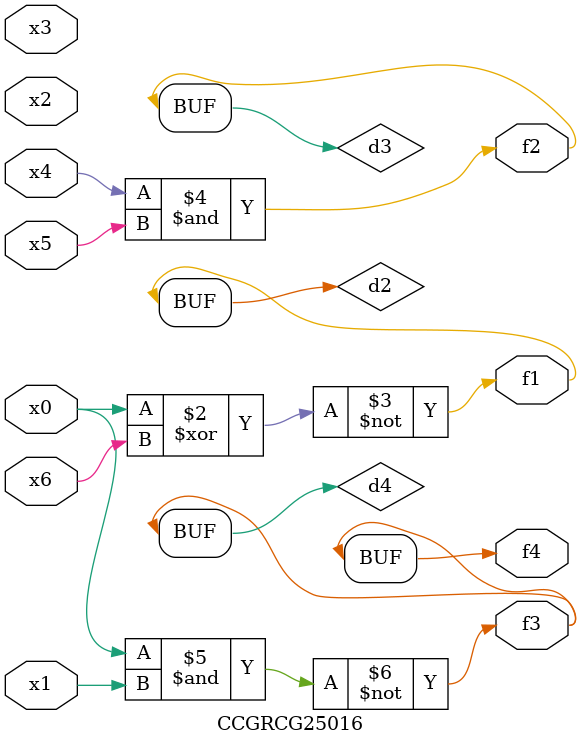
<source format=v>
module CCGRCG25016(
	input x0, x1, x2, x3, x4, x5, x6,
	output f1, f2, f3, f4
);

	wire d1, d2, d3, d4;

	nor (d1, x0);
	xnor (d2, x0, x6);
	and (d3, x4, x5);
	nand (d4, x0, x1);
	assign f1 = d2;
	assign f2 = d3;
	assign f3 = d4;
	assign f4 = d4;
endmodule

</source>
